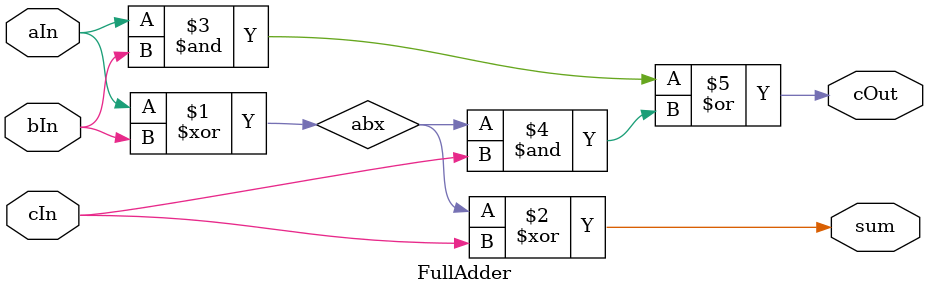
<source format=v>
`timescale 1ns / 1ps

module FullAdder(
    input aIn,
    input bIn,
    input cIn,
    output sum,
    output cOut
  );
  
  wire abx;
  assign abx = aIn ^ bIn;
  
  assign sum = abx ^ cIn;
  assign cOut = (aIn & bIn) | (abx & cIn);
  
endmodule
</source>
